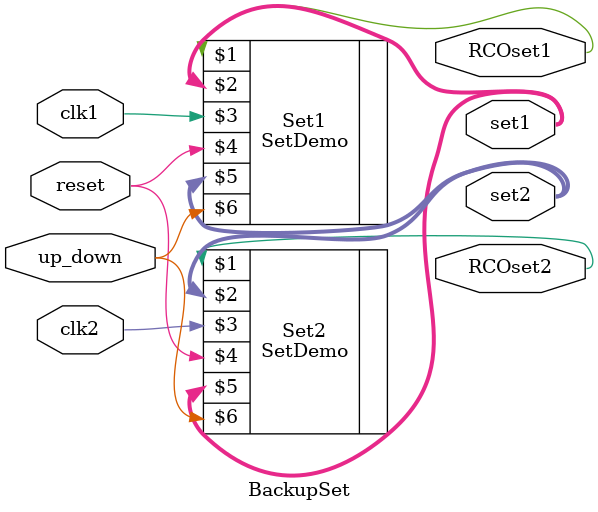
<source format=v>
module BackupSet(clk1, clk2, set1, set2,  RCOset1, RCOset2, reset, up_down);
	input wire clk1, clk2, reset, up_down;
	output wire [1:0]set1, set2;
	output wire RCOset1, RCOset2; 
	SetDemo Set1( RCOset1, set1, clk1, reset, set2, up_down);
	SetDemo Set2( RCOset2, set2, clk2, reset, set1, up_down);	
endmodule

</source>
